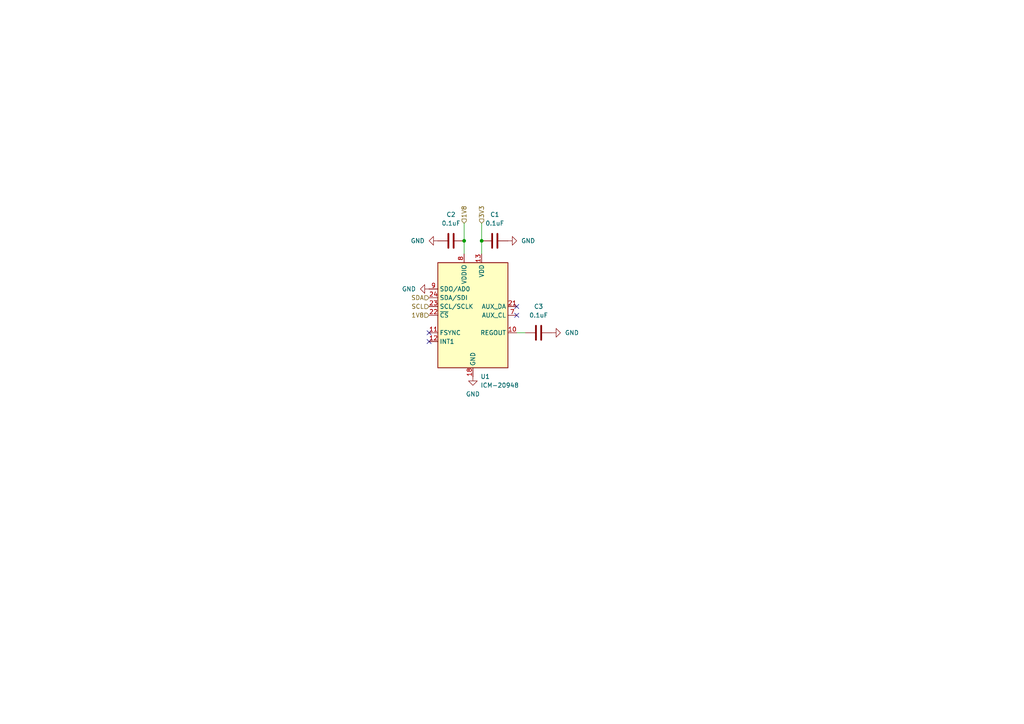
<source format=kicad_sch>
(kicad_sch (version 20231120) (generator "eeschema") (generator_version "8.0")
  (paper "A4")
  (lib_symbols
    (symbol "Device:C" (pin_numbers hide) (pin_names (offset 0.254))
      (property "Reference" "C" (at 0.635 2.54 0))
      (property "Value" "C" (at 0.635 -2.54 0))
      (symbol "C_0_1"
        (polyline (pts (xy -2.032 -0.762) (xy 2.032 -0.762)) (stroke (width 0.508)))
        (polyline (pts (xy -2.032 0.762) (xy 2.032 0.762)) (stroke (width 0.508)))
      )
      (symbol "C_1_1"
        (pin passive line (at 0 3.81 270) (length 2.794) (name "~") (number "1"))
        (pin passive line (at 0 -3.81 90) (length 2.794) (name "~") (number "2"))
      )
    )
    (symbol "Sensor_Motion:ICM-20948"
      (property "Reference" "U" (at -11.43 16.51 0))
      (property "Value" "ICM-20948" (at 7.62 -16.51 0))
      (symbol "ICM-20948_0_1"
        (rectangle (start -10.16 15.24) (end 10.16 -15.24) (stroke (width 0.254)) (fill (type background)))
      )
      (symbol "ICM-20948_1_1"
        (pin no_connect line (at -10.16 12.7 0) (length 2.54) hide (name "NC") (number "1"))
        (pin passive line (at 12.7 -5.08 180) (length 2.54) (name "REGOUT") (number "10"))
        (pin input line (at -12.7 -5.08 0) (length 2.54) (name "FSYNC") (number "11"))
        (pin output line (at -12.7 -7.62 0) (length 2.54) (name "INT1") (number "12"))
        (pin power_in line (at 2.54 17.78 270) (length 2.54) (name "VDD") (number "13"))
        (pin no_connect line (at 10.16 7.62 180) (length 2.54) hide (name "NC") (number "14"))
        (pin no_connect line (at 10.16 5.08 180) (length 2.54) hide (name "NC") (number "15"))
        (pin no_connect line (at 10.16 -7.62 180) (length 2.54) hide (name "NC") (number "16"))
        (pin no_connect line (at 10.16 -10.16 180) (length 2.54) hide (name "NC") (number "17"))
        (pin power_in line (at 0 -17.78 90) (length 2.54) (name "GND") (number "18"))
        (pin no_connect line (at 10.16 -12.7 180) (length 2.54) hide (name "RESV") (number "19"))
        (pin no_connect line (at -10.16 10.16 0) (length 2.54) hide (name "NC") (number "2"))
        (pin passive line (at 0 -17.78 90) (length 2.54) hide (name "GND") (number "20"))
        (pin bidirectional line (at 12.7 2.54 180) (length 2.54) (name "AUX_DA") (number "21"))
        (pin input line (at -12.7 0 0) (length 2.54) (name "~{CS}") (number "22"))
        (pin input line (at -12.7 2.54 0) (length 2.54) (name "SCL/SCLK") (number "23"))
        (pin bidirectional line (at -12.7 5.08 0) (length 2.54) (name "SDA/SDI") (number "24"))
        (pin no_connect line (at -10.16 -2.54 0) (length 2.54) hide (name "NC") (number "3"))
        (pin no_connect line (at -10.16 -10.16 0) (length 2.54) hide (name "NC") (number "4"))
        (pin no_connect line (at -10.16 -12.7 0) (length 2.54) hide (name "NC") (number "5"))
        (pin no_connect line (at 10.16 10.16 180) (length 2.54) hide (name "NC") (number "6"))
        (pin output line (at 12.7 0 180) (length 2.54) (name "AUX_CL") (number "7"))
        (pin power_in line (at -2.54 17.78 270) (length 2.54) (name "VDDIO") (number "8"))
        (pin bidirectional line (at -12.7 7.62 0) (length 2.54) (name "SDO/AD0") (number "9"))
      )
    )
    (symbol "power:GND" (power) (pin_numbers hide) (pin_names (offset 0) hide)
      (property "Value" "GND" (at 0 -3.81 0))
      (symbol "GND_0_1"
        (polyline (pts (xy 0 0) (xy 0 -1.27) (xy 1.27 -1.27) (xy 0 -2.54) (xy -1.27 -1.27) (xy 0 -1.27)))
      )
      (symbol "GND_1_1"
        (pin power_in line (at 0 0 270) (length 0) (name "~") (number "1"))
      )
    )
  )
  (junction (at 134.62 69.85))
  (junction (at 139.7 69.85))
  (no_connect (at 124.46 99.06))
  (no_connect (at 124.46 96.52))
  (no_connect (at 149.86 88.9))
  (no_connect (at 149.86 91.44))
  (wire (pts (xy 134.62 64.77) (xy 134.62 69.85)))
  (wire (pts (xy 139.7 64.77) (xy 139.7 69.85)))
  (wire (pts (xy 152.4 96.52) (xy 149.86 96.52)))
  (wire (pts (xy 134.62 69.85) (xy 134.62 73.66)))
  (wire (pts (xy 139.7 69.85) (xy 139.7 73.66)))
  (hierarchical_label "1V8" (shape input) (at 124.46 91.44 180))
  (hierarchical_label "3V3" (shape input) (at 139.7 64.77 90))
  (hierarchical_label "1V8" (shape input) (at 134.62 64.77 90))
  (hierarchical_label "SDA" (shape input) (at 124.46 86.36 180))
  (hierarchical_label "SCL" (shape input) (at 124.46 88.9 180))
  (symbol (lib_id "Sensor_Motion:ICM-20948") (at 137.16 91.44 0) (unit 1)
    (property "Reference" "U1" (at 139.3541 109.22 0) (effects (justify left)))
    (property "Value" "ICM-20948" (at 139.3541 111.76 0) (effects (justify left)))
    (property "Footprint" "Sensor_Motion:InvenSense_QFN-24_3x3mm_P0.4mm" (effects (hide yes)))
    (property "Datasheet" "http://www.invensense.com/wp-content/uploads/2016/06/DS-000189-ICM-20948-v1.3.pdf" (effects (hide yes)))
    (property "Description" "InvenSense 9-Axis Motion Sensor, Accelerometer, Gyroscope, Compass, I2C/SPI, QFN-24" (effects (hide yes)))
  )
  (symbol (lib_id "power:GND") (at 127 69.85 270) (unit 1)
    (property "Reference" "#PWR03" (effects (hide yes)))
    (property "Value" "GND" (at 123.19 69.8499 90) (effects (justify right)))
    (property "Description" "Power symbol creates a global label with name \"GND\" , ground" (effects (hide yes)))
  )
  (symbol (lib_id "power:GND") (at 124.46 83.82 270) (unit 1)
    (property "Reference" "#PWR05" (effects (hide yes)))
    (property "Value" "GND" (at 120.65 83.8199 90) (effects (justify right)))
    (property "Description" "Power symbol creates a global label with name \"GND\" , ground" (effects (hide yes)))
  )
  (symbol (lib_id "power:GND") (at 147.32 69.85 90) (unit 1)
    (property "Reference" "#PWR02" (effects (hide yes)))
    (property "Value" "GND" (at 151.13 69.8499 90) (effects (justify right)))
    (property "Description" "Power symbol creates a global label with name \"GND\" , ground" (effects (hide yes)))
  )
  (symbol (lib_id "Device:C") (at 156.21 96.52 90) (unit 1)
    (property "Reference" "C3" (at 156.21 88.9 90))
    (property "Value" "0.1uF" (at 156.21 91.44 90))
    (property "Description" "Unpolarized capacitor" (effects (hide yes)))
  )
  (symbol (lib_id "power:GND") (at 160.02 96.52 90) (unit 1)
    (property "Reference" "#PWR04" (effects (hide yes)))
    (property "Value" "GND" (at 163.83 96.5199 90) (effects (justify right)))
    (property "Description" "Power symbol creates a global label with name \"GND\" , ground" (effects (hide yes)))
  )
  (symbol (lib_id "Device:C") (at 143.51 69.85 90) (unit 1)
    (property "Reference" "C1" (at 143.51 62.23 90))
    (property "Value" "0.1uF" (at 143.51 64.77 90))
    (property "Description" "Unpolarized capacitor" (effects (hide yes)))
  )
  (symbol (lib_id "Device:C") (at 130.81 69.85 90) (unit 1)
    (property "Reference" "C2" (at 130.81 62.23 90))
    (property "Value" "0.1uF" (at 130.81 64.77 90))
    (property "Description" "Unpolarized capacitor" (effects (hide yes)))
  )
  (symbol (lib_id "power:GND") (at 137.16 109.22 0) (unit 1)
    (property "Reference" "#PWR01" (effects (hide yes)))
    (property "Value" "GND" (at 137.16 114.3 0))
    (property "Description" "Power symbol creates a global label with name \"GND\" , ground" (effects (hide yes)))
  )
)
</source>
